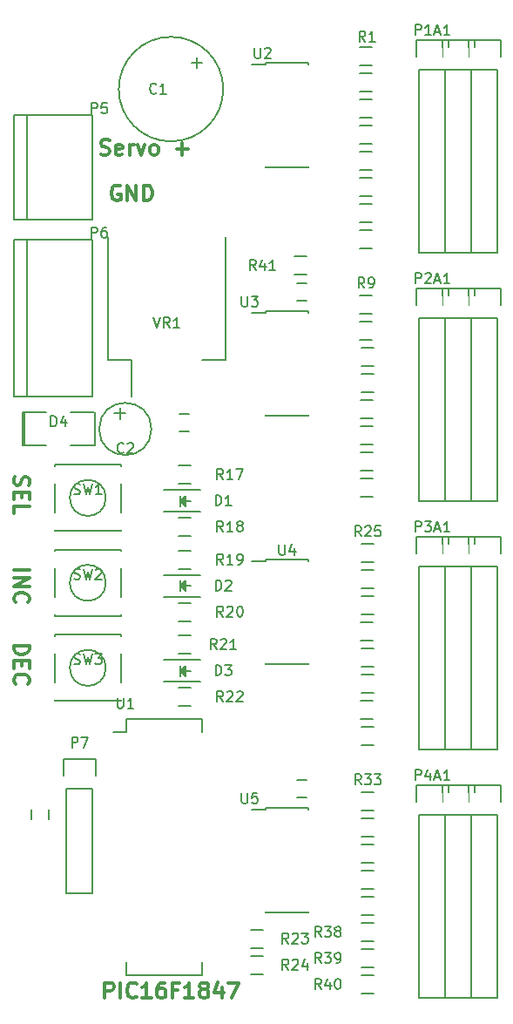
<source format=gto>
G04 #@! TF.FileFunction,Legend,Top*
%FSLAX46Y46*%
G04 Gerber Fmt 4.6, Leading zero omitted, Abs format (unit mm)*
G04 Created by KiCad (PCBNEW (2015-10-14 BZR 6269)-product) date Thursday, October 22, 2015 'PMt' 03:29:46 PM*
%MOMM*%
G01*
G04 APERTURE LIST*
%ADD10C,0.100000*%
%ADD11C,0.300000*%
%ADD12C,0.150000*%
%ADD13C,1.501140*%
%ADD14R,1.500000X1.250000*%
%ADD15R,1.250000X1.500000*%
%ADD16R,1.597660X1.800860*%
%ADD17R,1.800860X2.700020*%
%ADD18R,2.032000X1.727200*%
%ADD19O,2.032000X1.727200*%
%ADD20R,2.540000X2.540000*%
%ADD21C,2.540000*%
%ADD22R,1.500000X1.300000*%
%ADD23R,1.550000X1.300000*%
%ADD24R,1.500000X0.600000*%
%ADD25R,1.143000X2.286000*%
%ADD26R,10.800080X6.997700*%
%ADD27O,2.300000X1.600000*%
G04 APERTURE END LIST*
D10*
D11*
X137116429Y-119463572D02*
X138616429Y-119463572D01*
X138616429Y-119820715D01*
X138545000Y-120035000D01*
X138402143Y-120177858D01*
X138259286Y-120249286D01*
X137973571Y-120320715D01*
X137759286Y-120320715D01*
X137473571Y-120249286D01*
X137330714Y-120177858D01*
X137187857Y-120035000D01*
X137116429Y-119820715D01*
X137116429Y-119463572D01*
X137902143Y-120963572D02*
X137902143Y-121463572D01*
X137116429Y-121677858D02*
X137116429Y-120963572D01*
X138616429Y-120963572D01*
X138616429Y-121677858D01*
X137259286Y-123177858D02*
X137187857Y-123106429D01*
X137116429Y-122892143D01*
X137116429Y-122749286D01*
X137187857Y-122535001D01*
X137330714Y-122392143D01*
X137473571Y-122320715D01*
X137759286Y-122249286D01*
X137973571Y-122249286D01*
X138259286Y-122320715D01*
X138402143Y-122392143D01*
X138545000Y-122535001D01*
X138616429Y-122749286D01*
X138616429Y-122892143D01*
X138545000Y-123106429D01*
X138473571Y-123177858D01*
X137116429Y-112129286D02*
X138616429Y-112129286D01*
X137116429Y-112843572D02*
X138616429Y-112843572D01*
X137116429Y-113700715D01*
X138616429Y-113700715D01*
X137259286Y-115272144D02*
X137187857Y-115200715D01*
X137116429Y-114986429D01*
X137116429Y-114843572D01*
X137187857Y-114629287D01*
X137330714Y-114486429D01*
X137473571Y-114415001D01*
X137759286Y-114343572D01*
X137973571Y-114343572D01*
X138259286Y-114415001D01*
X138402143Y-114486429D01*
X138545000Y-114629287D01*
X138616429Y-114843572D01*
X138616429Y-114986429D01*
X138545000Y-115200715D01*
X138473571Y-115272144D01*
X137187857Y-103060714D02*
X137116429Y-103275000D01*
X137116429Y-103632143D01*
X137187857Y-103775000D01*
X137259286Y-103846429D01*
X137402143Y-103917857D01*
X137545000Y-103917857D01*
X137687857Y-103846429D01*
X137759286Y-103775000D01*
X137830714Y-103632143D01*
X137902143Y-103346429D01*
X137973571Y-103203571D01*
X138045000Y-103132143D01*
X138187857Y-103060714D01*
X138330714Y-103060714D01*
X138473571Y-103132143D01*
X138545000Y-103203571D01*
X138616429Y-103346429D01*
X138616429Y-103703571D01*
X138545000Y-103917857D01*
X137902143Y-104560714D02*
X137902143Y-105060714D01*
X137116429Y-105275000D02*
X137116429Y-104560714D01*
X138616429Y-104560714D01*
X138616429Y-105275000D01*
X137116429Y-106632143D02*
X137116429Y-105917857D01*
X138616429Y-105917857D01*
X145971430Y-153713571D02*
X145971430Y-152213571D01*
X146542858Y-152213571D01*
X146685716Y-152285000D01*
X146757144Y-152356429D01*
X146828573Y-152499286D01*
X146828573Y-152713571D01*
X146757144Y-152856429D01*
X146685716Y-152927857D01*
X146542858Y-152999286D01*
X145971430Y-152999286D01*
X147471430Y-153713571D02*
X147471430Y-152213571D01*
X149042859Y-153570714D02*
X148971430Y-153642143D01*
X148757144Y-153713571D01*
X148614287Y-153713571D01*
X148400002Y-153642143D01*
X148257144Y-153499286D01*
X148185716Y-153356429D01*
X148114287Y-153070714D01*
X148114287Y-152856429D01*
X148185716Y-152570714D01*
X148257144Y-152427857D01*
X148400002Y-152285000D01*
X148614287Y-152213571D01*
X148757144Y-152213571D01*
X148971430Y-152285000D01*
X149042859Y-152356429D01*
X150471430Y-153713571D02*
X149614287Y-153713571D01*
X150042859Y-153713571D02*
X150042859Y-152213571D01*
X149900002Y-152427857D01*
X149757144Y-152570714D01*
X149614287Y-152642143D01*
X151757144Y-152213571D02*
X151471430Y-152213571D01*
X151328573Y-152285000D01*
X151257144Y-152356429D01*
X151114287Y-152570714D01*
X151042858Y-152856429D01*
X151042858Y-153427857D01*
X151114287Y-153570714D01*
X151185715Y-153642143D01*
X151328573Y-153713571D01*
X151614287Y-153713571D01*
X151757144Y-153642143D01*
X151828573Y-153570714D01*
X151900001Y-153427857D01*
X151900001Y-153070714D01*
X151828573Y-152927857D01*
X151757144Y-152856429D01*
X151614287Y-152785000D01*
X151328573Y-152785000D01*
X151185715Y-152856429D01*
X151114287Y-152927857D01*
X151042858Y-153070714D01*
X153042858Y-152927857D02*
X152542858Y-152927857D01*
X152542858Y-153713571D02*
X152542858Y-152213571D01*
X153257144Y-152213571D01*
X154614286Y-153713571D02*
X153757143Y-153713571D01*
X154185715Y-153713571D02*
X154185715Y-152213571D01*
X154042858Y-152427857D01*
X153900000Y-152570714D01*
X153757143Y-152642143D01*
X155471429Y-152856429D02*
X155328571Y-152785000D01*
X155257143Y-152713571D01*
X155185714Y-152570714D01*
X155185714Y-152499286D01*
X155257143Y-152356429D01*
X155328571Y-152285000D01*
X155471429Y-152213571D01*
X155757143Y-152213571D01*
X155900000Y-152285000D01*
X155971429Y-152356429D01*
X156042857Y-152499286D01*
X156042857Y-152570714D01*
X155971429Y-152713571D01*
X155900000Y-152785000D01*
X155757143Y-152856429D01*
X155471429Y-152856429D01*
X155328571Y-152927857D01*
X155257143Y-152999286D01*
X155185714Y-153142143D01*
X155185714Y-153427857D01*
X155257143Y-153570714D01*
X155328571Y-153642143D01*
X155471429Y-153713571D01*
X155757143Y-153713571D01*
X155900000Y-153642143D01*
X155971429Y-153570714D01*
X156042857Y-153427857D01*
X156042857Y-153142143D01*
X155971429Y-152999286D01*
X155900000Y-152927857D01*
X155757143Y-152856429D01*
X157328571Y-152713571D02*
X157328571Y-153713571D01*
X156971428Y-152142143D02*
X156614285Y-153213571D01*
X157542857Y-153213571D01*
X157971428Y-152213571D02*
X158971428Y-152213571D01*
X158328571Y-153713571D01*
X145574286Y-71727143D02*
X145788572Y-71798571D01*
X146145715Y-71798571D01*
X146288572Y-71727143D01*
X146360001Y-71655714D01*
X146431429Y-71512857D01*
X146431429Y-71370000D01*
X146360001Y-71227143D01*
X146288572Y-71155714D01*
X146145715Y-71084286D01*
X145860001Y-71012857D01*
X145717143Y-70941429D01*
X145645715Y-70870000D01*
X145574286Y-70727143D01*
X145574286Y-70584286D01*
X145645715Y-70441429D01*
X145717143Y-70370000D01*
X145860001Y-70298571D01*
X146217143Y-70298571D01*
X146431429Y-70370000D01*
X147645714Y-71727143D02*
X147502857Y-71798571D01*
X147217143Y-71798571D01*
X147074286Y-71727143D01*
X147002857Y-71584286D01*
X147002857Y-71012857D01*
X147074286Y-70870000D01*
X147217143Y-70798571D01*
X147502857Y-70798571D01*
X147645714Y-70870000D01*
X147717143Y-71012857D01*
X147717143Y-71155714D01*
X147002857Y-71298571D01*
X148360000Y-71798571D02*
X148360000Y-70798571D01*
X148360000Y-71084286D02*
X148431428Y-70941429D01*
X148502857Y-70870000D01*
X148645714Y-70798571D01*
X148788571Y-70798571D01*
X149145714Y-70798571D02*
X149502857Y-71798571D01*
X149859999Y-70798571D01*
X150645714Y-71798571D02*
X150502856Y-71727143D01*
X150431428Y-71655714D01*
X150359999Y-71512857D01*
X150359999Y-71084286D01*
X150431428Y-70941429D01*
X150502856Y-70870000D01*
X150645714Y-70798571D01*
X150859999Y-70798571D01*
X151002856Y-70870000D01*
X151074285Y-70941429D01*
X151145714Y-71084286D01*
X151145714Y-71512857D01*
X151074285Y-71655714D01*
X151002856Y-71727143D01*
X150859999Y-71798571D01*
X150645714Y-71798571D01*
X152931428Y-71227143D02*
X154074285Y-71227143D01*
X153502856Y-71798571D02*
X153502856Y-70655714D01*
X147447143Y-74815000D02*
X147304286Y-74743571D01*
X147090000Y-74743571D01*
X146875715Y-74815000D01*
X146732857Y-74957857D01*
X146661429Y-75100714D01*
X146590000Y-75386429D01*
X146590000Y-75600714D01*
X146661429Y-75886429D01*
X146732857Y-76029286D01*
X146875715Y-76172143D01*
X147090000Y-76243571D01*
X147232857Y-76243571D01*
X147447143Y-76172143D01*
X147518572Y-76100714D01*
X147518572Y-75600714D01*
X147232857Y-75600714D01*
X148161429Y-76243571D02*
X148161429Y-74743571D01*
X149018572Y-76243571D01*
X149018572Y-74743571D01*
X149732858Y-76243571D02*
X149732858Y-74743571D01*
X150090001Y-74743571D01*
X150304286Y-74815000D01*
X150447144Y-74957857D01*
X150518572Y-75100714D01*
X150590001Y-75386429D01*
X150590001Y-75600714D01*
X150518572Y-75886429D01*
X150447144Y-76029286D01*
X150304286Y-76172143D01*
X150090001Y-76243571D01*
X149732858Y-76243571D01*
D12*
X155448000Y-62865000D02*
X154432000Y-62865000D01*
X154940000Y-62357000D02*
X154940000Y-63373000D01*
X157480000Y-65405000D02*
G75*
G03X157480000Y-65405000I-5080000J0D01*
G01*
X147955000Y-96901000D02*
X146888200Y-96901000D01*
X147447000Y-96393000D02*
X147447000Y-97434400D01*
X150495000Y-98425000D02*
G75*
G03X150495000Y-98425000I-2540000J0D01*
G01*
X153190000Y-98640000D02*
X154190000Y-98640000D01*
X154190000Y-96940000D02*
X153190000Y-96940000D01*
X140550000Y-136370000D02*
X140550000Y-135370000D01*
X138850000Y-135370000D02*
X138850000Y-136370000D01*
X151669860Y-106460000D02*
X155269860Y-106460000D01*
X151669860Y-104360000D02*
X155269860Y-104360000D01*
X153719860Y-105110000D02*
X153719860Y-105710000D01*
X153719860Y-105710000D02*
X153419860Y-105410000D01*
X153419860Y-105410000D02*
X153619860Y-105210000D01*
X153619860Y-105210000D02*
X153619860Y-105460000D01*
X153619860Y-105460000D02*
X153569860Y-105410000D01*
X153319860Y-104910000D02*
X153319860Y-105910000D01*
X153819860Y-105410000D02*
X154319860Y-105410000D01*
X153319860Y-105410000D02*
X153819860Y-104910000D01*
X153819860Y-104910000D02*
X153819860Y-105910000D01*
X153819860Y-105910000D02*
X153319860Y-105410000D01*
X151669860Y-114715000D02*
X155269860Y-114715000D01*
X151669860Y-112615000D02*
X155269860Y-112615000D01*
X153719860Y-113365000D02*
X153719860Y-113965000D01*
X153719860Y-113965000D02*
X153419860Y-113665000D01*
X153419860Y-113665000D02*
X153619860Y-113465000D01*
X153619860Y-113465000D02*
X153619860Y-113715000D01*
X153619860Y-113715000D02*
X153569860Y-113665000D01*
X153319860Y-113165000D02*
X153319860Y-114165000D01*
X153819860Y-113665000D02*
X154319860Y-113665000D01*
X153319860Y-113665000D02*
X153819860Y-113165000D01*
X153819860Y-113165000D02*
X153819860Y-114165000D01*
X153819860Y-114165000D02*
X153319860Y-113665000D01*
X151669860Y-122970000D02*
X155269860Y-122970000D01*
X151669860Y-120870000D02*
X155269860Y-120870000D01*
X153719860Y-121620000D02*
X153719860Y-122220000D01*
X153719860Y-122220000D02*
X153419860Y-121920000D01*
X153419860Y-121920000D02*
X153619860Y-121720000D01*
X153619860Y-121720000D02*
X153619860Y-121970000D01*
X153619860Y-121970000D02*
X153569860Y-121920000D01*
X153319860Y-121420000D02*
X153319860Y-122420000D01*
X153819860Y-121920000D02*
X154319860Y-121920000D01*
X153319860Y-121920000D02*
X153819860Y-121420000D01*
X153819860Y-121420000D02*
X153819860Y-122420000D01*
X153819860Y-122420000D02*
X153319860Y-121920000D01*
X138165300Y-96825000D02*
X138165300Y-100025000D01*
X144965420Y-96824800D02*
X144965420Y-100025200D01*
X137965300Y-96825000D02*
X137965300Y-100025000D01*
X142661640Y-100030280D02*
X144947640Y-100030280D01*
X144947640Y-96819720D02*
X142661640Y-96819720D01*
X140265300Y-96825000D02*
X137965300Y-96825000D01*
X137965300Y-100025000D02*
X140265300Y-100025000D01*
X179070000Y-63500000D02*
X179070000Y-81280000D01*
X179070000Y-81280000D02*
X176530000Y-81280000D01*
X176530000Y-81280000D02*
X176530000Y-63500000D01*
X179350000Y-60680000D02*
X179350000Y-62230000D01*
X179070000Y-63500000D02*
X176530000Y-63500000D01*
X176250000Y-62230000D02*
X176250000Y-60680000D01*
X176250000Y-60680000D02*
X179350000Y-60680000D01*
X181610000Y-63500000D02*
X181610000Y-81280000D01*
X181610000Y-81280000D02*
X179070000Y-81280000D01*
X179070000Y-81280000D02*
X179070000Y-63500000D01*
X181890000Y-60680000D02*
X181890000Y-62230000D01*
X181610000Y-63500000D02*
X179070000Y-63500000D01*
X178790000Y-62230000D02*
X178790000Y-60680000D01*
X178790000Y-60680000D02*
X181890000Y-60680000D01*
X184150000Y-63500000D02*
X184150000Y-81280000D01*
X184150000Y-81280000D02*
X181610000Y-81280000D01*
X181610000Y-81280000D02*
X181610000Y-63500000D01*
X184430000Y-60680000D02*
X184430000Y-62230000D01*
X184150000Y-63500000D02*
X181610000Y-63500000D01*
X181330000Y-62230000D02*
X181330000Y-60680000D01*
X181330000Y-60680000D02*
X184430000Y-60680000D01*
X179070000Y-87630000D02*
X179070000Y-105410000D01*
X179070000Y-105410000D02*
X176530000Y-105410000D01*
X176530000Y-105410000D02*
X176530000Y-87630000D01*
X179350000Y-84810000D02*
X179350000Y-86360000D01*
X179070000Y-87630000D02*
X176530000Y-87630000D01*
X176250000Y-86360000D02*
X176250000Y-84810000D01*
X176250000Y-84810000D02*
X179350000Y-84810000D01*
X181610000Y-87630000D02*
X181610000Y-105410000D01*
X181610000Y-105410000D02*
X179070000Y-105410000D01*
X179070000Y-105410000D02*
X179070000Y-87630000D01*
X181890000Y-84810000D02*
X181890000Y-86360000D01*
X181610000Y-87630000D02*
X179070000Y-87630000D01*
X178790000Y-86360000D02*
X178790000Y-84810000D01*
X178790000Y-84810000D02*
X181890000Y-84810000D01*
X184150000Y-87630000D02*
X184150000Y-105410000D01*
X184150000Y-105410000D02*
X181610000Y-105410000D01*
X181610000Y-105410000D02*
X181610000Y-87630000D01*
X184430000Y-84810000D02*
X184430000Y-86360000D01*
X184150000Y-87630000D02*
X181610000Y-87630000D01*
X181330000Y-86360000D02*
X181330000Y-84810000D01*
X181330000Y-84810000D02*
X184430000Y-84810000D01*
X179070000Y-111760000D02*
X179070000Y-129540000D01*
X179070000Y-129540000D02*
X176530000Y-129540000D01*
X176530000Y-129540000D02*
X176530000Y-111760000D01*
X179350000Y-108940000D02*
X179350000Y-110490000D01*
X179070000Y-111760000D02*
X176530000Y-111760000D01*
X176250000Y-110490000D02*
X176250000Y-108940000D01*
X176250000Y-108940000D02*
X179350000Y-108940000D01*
X181610000Y-111760000D02*
X181610000Y-129540000D01*
X181610000Y-129540000D02*
X179070000Y-129540000D01*
X179070000Y-129540000D02*
X179070000Y-111760000D01*
X181890000Y-108940000D02*
X181890000Y-110490000D01*
X181610000Y-111760000D02*
X179070000Y-111760000D01*
X178790000Y-110490000D02*
X178790000Y-108940000D01*
X178790000Y-108940000D02*
X181890000Y-108940000D01*
X184150000Y-111760000D02*
X184150000Y-129540000D01*
X184150000Y-129540000D02*
X181610000Y-129540000D01*
X181610000Y-129540000D02*
X181610000Y-111760000D01*
X184430000Y-108940000D02*
X184430000Y-110490000D01*
X184150000Y-111760000D02*
X181610000Y-111760000D01*
X181330000Y-110490000D02*
X181330000Y-108940000D01*
X181330000Y-108940000D02*
X184430000Y-108940000D01*
X179070000Y-135890000D02*
X179070000Y-153670000D01*
X179070000Y-153670000D02*
X176530000Y-153670000D01*
X176530000Y-153670000D02*
X176530000Y-135890000D01*
X179350000Y-133070000D02*
X179350000Y-134620000D01*
X179070000Y-135890000D02*
X176530000Y-135890000D01*
X176250000Y-134620000D02*
X176250000Y-133070000D01*
X176250000Y-133070000D02*
X179350000Y-133070000D01*
X181610000Y-135890000D02*
X181610000Y-153670000D01*
X181610000Y-153670000D02*
X179070000Y-153670000D01*
X179070000Y-153670000D02*
X179070000Y-135890000D01*
X181890000Y-133070000D02*
X181890000Y-134620000D01*
X181610000Y-135890000D02*
X179070000Y-135890000D01*
X178790000Y-134620000D02*
X178790000Y-133070000D01*
X178790000Y-133070000D02*
X181890000Y-133070000D01*
X184150000Y-135890000D02*
X184150000Y-153670000D01*
X184150000Y-153670000D02*
X181610000Y-153670000D01*
X181610000Y-153670000D02*
X181610000Y-135890000D01*
X184430000Y-133070000D02*
X184430000Y-134620000D01*
X184150000Y-135890000D02*
X181610000Y-135890000D01*
X181330000Y-134620000D02*
X181330000Y-133070000D01*
X181330000Y-133070000D02*
X184430000Y-133070000D01*
X138430000Y-78105000D02*
X138430000Y-67945000D01*
X137160000Y-78105000D02*
X144780000Y-78105000D01*
X144780000Y-78105000D02*
X144780000Y-67945000D01*
X144780000Y-67945000D02*
X137160000Y-67945000D01*
X137160000Y-67945000D02*
X137160000Y-78105000D01*
X137160000Y-80010000D02*
X144780000Y-80010000D01*
X137160000Y-95250000D02*
X144780000Y-95250000D01*
X138430000Y-80010000D02*
X138430000Y-95250000D01*
X144780000Y-80010000D02*
X144780000Y-95250000D01*
X137160000Y-80010000D02*
X137160000Y-95250000D01*
X141960000Y-132080000D02*
X141960000Y-130530000D01*
X141960000Y-130530000D02*
X145060000Y-130530000D01*
X145060000Y-130530000D02*
X145060000Y-132080000D01*
X144780000Y-133350000D02*
X144780000Y-143510000D01*
X144780000Y-143510000D02*
X142240000Y-143510000D01*
X142240000Y-143510000D02*
X142240000Y-133350000D01*
X144780000Y-133350000D02*
X142240000Y-133350000D01*
X171970000Y-63105000D02*
X170770000Y-63105000D01*
X170770000Y-61355000D02*
X171970000Y-61355000D01*
X171970000Y-65645000D02*
X170770000Y-65645000D01*
X170770000Y-63895000D02*
X171970000Y-63895000D01*
X171970000Y-68185000D02*
X170770000Y-68185000D01*
X170770000Y-66435000D02*
X171970000Y-66435000D01*
X171970000Y-70725000D02*
X170770000Y-70725000D01*
X170770000Y-68975000D02*
X171970000Y-68975000D01*
X171970000Y-73265000D02*
X170770000Y-73265000D01*
X170770000Y-71515000D02*
X171970000Y-71515000D01*
X171970000Y-75805000D02*
X170770000Y-75805000D01*
X170770000Y-74055000D02*
X171970000Y-74055000D01*
X171970000Y-78345000D02*
X170770000Y-78345000D01*
X170770000Y-76595000D02*
X171970000Y-76595000D01*
X171970000Y-80885000D02*
X170770000Y-80885000D01*
X170770000Y-79135000D02*
X171970000Y-79135000D01*
X171970000Y-87235000D02*
X170770000Y-87235000D01*
X170770000Y-85485000D02*
X171970000Y-85485000D01*
X171970000Y-89775000D02*
X170770000Y-89775000D01*
X170770000Y-88025000D02*
X171970000Y-88025000D01*
X172130000Y-92315000D02*
X170930000Y-92315000D01*
X170930000Y-90565000D02*
X172130000Y-90565000D01*
X172130000Y-94855000D02*
X170930000Y-94855000D01*
X170930000Y-93105000D02*
X172130000Y-93105000D01*
X172050000Y-97395000D02*
X170850000Y-97395000D01*
X170850000Y-95645000D02*
X172050000Y-95645000D01*
X172050000Y-99935000D02*
X170850000Y-99935000D01*
X170850000Y-98185000D02*
X172050000Y-98185000D01*
X172050000Y-102475000D02*
X170850000Y-102475000D01*
X170850000Y-100725000D02*
X172050000Y-100725000D01*
X172050000Y-105015000D02*
X170850000Y-105015000D01*
X170850000Y-103265000D02*
X172050000Y-103265000D01*
X154350000Y-103745000D02*
X153150000Y-103745000D01*
X153150000Y-101995000D02*
X154350000Y-101995000D01*
X153150000Y-107075000D02*
X154350000Y-107075000D01*
X154350000Y-108825000D02*
X153150000Y-108825000D01*
X154350000Y-112000000D02*
X153150000Y-112000000D01*
X153150000Y-110250000D02*
X154350000Y-110250000D01*
X153150000Y-115330000D02*
X154350000Y-115330000D01*
X154350000Y-117080000D02*
X153150000Y-117080000D01*
X154350000Y-120255000D02*
X153150000Y-120255000D01*
X153150000Y-118505000D02*
X154350000Y-118505000D01*
X153150000Y-123585000D02*
X154350000Y-123585000D01*
X154350000Y-125335000D02*
X153150000Y-125335000D01*
X160135000Y-147080000D02*
X161335000Y-147080000D01*
X161335000Y-148830000D02*
X160135000Y-148830000D01*
X160135000Y-149620000D02*
X161335000Y-149620000D01*
X161335000Y-151370000D02*
X160135000Y-151370000D01*
X172130000Y-111365000D02*
X170930000Y-111365000D01*
X170930000Y-109615000D02*
X172130000Y-109615000D01*
X172130000Y-113905000D02*
X170930000Y-113905000D01*
X170930000Y-112155000D02*
X172130000Y-112155000D01*
X172130000Y-116445000D02*
X170930000Y-116445000D01*
X170930000Y-114695000D02*
X172130000Y-114695000D01*
X172050000Y-118985000D02*
X170850000Y-118985000D01*
X170850000Y-117235000D02*
X172050000Y-117235000D01*
X172130000Y-121525000D02*
X170930000Y-121525000D01*
X170930000Y-119775000D02*
X172130000Y-119775000D01*
X172130000Y-124065000D02*
X170930000Y-124065000D01*
X170930000Y-122315000D02*
X172130000Y-122315000D01*
X172050000Y-126605000D02*
X170850000Y-126605000D01*
X170850000Y-124855000D02*
X172050000Y-124855000D01*
X172130000Y-129145000D02*
X170930000Y-129145000D01*
X170930000Y-127395000D02*
X172130000Y-127395000D01*
X172130000Y-135495000D02*
X170930000Y-135495000D01*
X170930000Y-133745000D02*
X172130000Y-133745000D01*
X172130000Y-138035000D02*
X170930000Y-138035000D01*
X170930000Y-136285000D02*
X172130000Y-136285000D01*
X172130000Y-140575000D02*
X170930000Y-140575000D01*
X170930000Y-138825000D02*
X172130000Y-138825000D01*
X172130000Y-143115000D02*
X170930000Y-143115000D01*
X170930000Y-141365000D02*
X172130000Y-141365000D01*
X172130000Y-145655000D02*
X170930000Y-145655000D01*
X170930000Y-143905000D02*
X172130000Y-143905000D01*
X172130000Y-148195000D02*
X170930000Y-148195000D01*
X170930000Y-146445000D02*
X172130000Y-146445000D01*
X172130000Y-150735000D02*
X170930000Y-150735000D01*
X170930000Y-148985000D02*
X172130000Y-148985000D01*
X172130000Y-153275000D02*
X170930000Y-153275000D01*
X170930000Y-151525000D02*
X172130000Y-151525000D01*
X165620000Y-83425000D02*
X164420000Y-83425000D01*
X164420000Y-81675000D02*
X165620000Y-81675000D01*
X146060714Y-105120000D02*
G75*
G03X146060714Y-105120000I-1750714J0D01*
G01*
X147535000Y-101895000D02*
X147535000Y-102020000D01*
X147535000Y-108345000D02*
X147535000Y-108220000D01*
X141085000Y-108345000D02*
X141085000Y-108220000D01*
X141085000Y-102020000D02*
X141085000Y-101895000D01*
X147535000Y-103720000D02*
X147535000Y-106520000D01*
X141085000Y-101895000D02*
X147535000Y-101895000D01*
X141085000Y-103720000D02*
X141085000Y-106520000D01*
X141085000Y-108345000D02*
X147535000Y-108345000D01*
X146060714Y-113375000D02*
G75*
G03X146060714Y-113375000I-1750714J0D01*
G01*
X147535000Y-110150000D02*
X147535000Y-110275000D01*
X147535000Y-116600000D02*
X147535000Y-116475000D01*
X141085000Y-116600000D02*
X141085000Y-116475000D01*
X141085000Y-110275000D02*
X141085000Y-110150000D01*
X147535000Y-111975000D02*
X147535000Y-114775000D01*
X141085000Y-110150000D02*
X147535000Y-110150000D01*
X141085000Y-111975000D02*
X141085000Y-114775000D01*
X141085000Y-116600000D02*
X147535000Y-116600000D01*
X146060714Y-121630000D02*
G75*
G03X146060714Y-121630000I-1750714J0D01*
G01*
X147535000Y-118405000D02*
X147535000Y-118530000D01*
X147535000Y-124855000D02*
X147535000Y-124730000D01*
X141085000Y-124855000D02*
X141085000Y-124730000D01*
X141085000Y-118530000D02*
X141085000Y-118405000D01*
X147535000Y-120230000D02*
X147535000Y-123030000D01*
X141085000Y-118405000D02*
X147535000Y-118405000D01*
X141085000Y-120230000D02*
X141085000Y-123030000D01*
X141085000Y-124855000D02*
X147535000Y-124855000D01*
X161595000Y-62870000D02*
X161595000Y-62975000D01*
X165745000Y-62870000D02*
X165745000Y-62975000D01*
X165745000Y-73020000D02*
X165745000Y-72915000D01*
X161595000Y-73020000D02*
X161595000Y-72915000D01*
X161595000Y-62870000D02*
X165745000Y-62870000D01*
X161595000Y-73020000D02*
X165745000Y-73020000D01*
X161595000Y-62975000D02*
X160220000Y-62975000D01*
X161595000Y-87000000D02*
X161595000Y-87105000D01*
X165745000Y-87000000D02*
X165745000Y-87105000D01*
X165745000Y-97150000D02*
X165745000Y-97045000D01*
X161595000Y-97150000D02*
X161595000Y-97045000D01*
X161595000Y-87000000D02*
X165745000Y-87000000D01*
X161595000Y-97150000D02*
X165745000Y-97150000D01*
X161595000Y-87105000D02*
X160220000Y-87105000D01*
X161595000Y-111130000D02*
X161595000Y-111235000D01*
X165745000Y-111130000D02*
X165745000Y-111235000D01*
X165745000Y-121280000D02*
X165745000Y-121175000D01*
X161595000Y-121280000D02*
X161595000Y-121175000D01*
X161595000Y-111130000D02*
X165745000Y-111130000D01*
X161595000Y-121280000D02*
X165745000Y-121280000D01*
X161595000Y-111235000D02*
X160220000Y-111235000D01*
X161595000Y-135260000D02*
X161595000Y-135365000D01*
X165745000Y-135260000D02*
X165745000Y-135365000D01*
X165745000Y-145410000D02*
X165745000Y-145305000D01*
X161595000Y-145410000D02*
X161595000Y-145305000D01*
X161595000Y-135260000D02*
X165745000Y-135260000D01*
X161595000Y-145410000D02*
X165745000Y-145410000D01*
X161595000Y-135365000D02*
X160220000Y-135365000D01*
X155441000Y-91694000D02*
X157734000Y-91694000D01*
X148597000Y-91706700D02*
X148597000Y-95250000D01*
X146304000Y-91694000D02*
X146304000Y-79813000D01*
X157734000Y-79813000D02*
X157734000Y-91694000D01*
X146304000Y-91694000D02*
X148597000Y-91694000D01*
X148090000Y-126610000D02*
X148090000Y-127880000D01*
X155440000Y-126610000D02*
X155440000Y-127880000D01*
X155440000Y-151520000D02*
X155440000Y-150250000D01*
X148090000Y-151520000D02*
X148090000Y-150250000D01*
X148090000Y-126610000D02*
X155440000Y-126610000D01*
X148090000Y-151520000D02*
X155440000Y-151520000D01*
X148090000Y-127880000D02*
X146805000Y-127880000D01*
X164620000Y-134200000D02*
X165620000Y-134200000D01*
X165620000Y-132500000D02*
X164620000Y-132500000D01*
X164620000Y-85940000D02*
X165620000Y-85940000D01*
X165620000Y-84240000D02*
X164620000Y-84240000D01*
X150963334Y-65762143D02*
X150915715Y-65809762D01*
X150772858Y-65857381D01*
X150677620Y-65857381D01*
X150534762Y-65809762D01*
X150439524Y-65714524D01*
X150391905Y-65619286D01*
X150344286Y-65428810D01*
X150344286Y-65285952D01*
X150391905Y-65095476D01*
X150439524Y-65000238D01*
X150534762Y-64905000D01*
X150677620Y-64857381D01*
X150772858Y-64857381D01*
X150915715Y-64905000D01*
X150963334Y-64952619D01*
X151915715Y-65857381D02*
X151344286Y-65857381D01*
X151630000Y-65857381D02*
X151630000Y-64857381D01*
X151534762Y-65000238D01*
X151439524Y-65095476D01*
X151344286Y-65143095D01*
X147788334Y-100687143D02*
X147740715Y-100734762D01*
X147597858Y-100782381D01*
X147502620Y-100782381D01*
X147359762Y-100734762D01*
X147264524Y-100639524D01*
X147216905Y-100544286D01*
X147169286Y-100353810D01*
X147169286Y-100210952D01*
X147216905Y-100020476D01*
X147264524Y-99925238D01*
X147359762Y-99830000D01*
X147502620Y-99782381D01*
X147597858Y-99782381D01*
X147740715Y-99830000D01*
X147788334Y-99877619D01*
X148169286Y-99877619D02*
X148216905Y-99830000D01*
X148312143Y-99782381D01*
X148550239Y-99782381D01*
X148645477Y-99830000D01*
X148693096Y-99877619D01*
X148740715Y-99972857D01*
X148740715Y-100068095D01*
X148693096Y-100210952D01*
X148121667Y-100782381D01*
X148740715Y-100782381D01*
X156741905Y-105862381D02*
X156741905Y-104862381D01*
X156980000Y-104862381D01*
X157122858Y-104910000D01*
X157218096Y-105005238D01*
X157265715Y-105100476D01*
X157313334Y-105290952D01*
X157313334Y-105433810D01*
X157265715Y-105624286D01*
X157218096Y-105719524D01*
X157122858Y-105814762D01*
X156980000Y-105862381D01*
X156741905Y-105862381D01*
X158265715Y-105862381D02*
X157694286Y-105862381D01*
X157980000Y-105862381D02*
X157980000Y-104862381D01*
X157884762Y-105005238D01*
X157789524Y-105100476D01*
X157694286Y-105148095D01*
X156741905Y-114117381D02*
X156741905Y-113117381D01*
X156980000Y-113117381D01*
X157122858Y-113165000D01*
X157218096Y-113260238D01*
X157265715Y-113355476D01*
X157313334Y-113545952D01*
X157313334Y-113688810D01*
X157265715Y-113879286D01*
X157218096Y-113974524D01*
X157122858Y-114069762D01*
X156980000Y-114117381D01*
X156741905Y-114117381D01*
X157694286Y-113212619D02*
X157741905Y-113165000D01*
X157837143Y-113117381D01*
X158075239Y-113117381D01*
X158170477Y-113165000D01*
X158218096Y-113212619D01*
X158265715Y-113307857D01*
X158265715Y-113403095D01*
X158218096Y-113545952D01*
X157646667Y-114117381D01*
X158265715Y-114117381D01*
X156741905Y-122372381D02*
X156741905Y-121372381D01*
X156980000Y-121372381D01*
X157122858Y-121420000D01*
X157218096Y-121515238D01*
X157265715Y-121610476D01*
X157313334Y-121800952D01*
X157313334Y-121943810D01*
X157265715Y-122134286D01*
X157218096Y-122229524D01*
X157122858Y-122324762D01*
X156980000Y-122372381D01*
X156741905Y-122372381D01*
X157646667Y-121372381D02*
X158265715Y-121372381D01*
X157932381Y-121753333D01*
X158075239Y-121753333D01*
X158170477Y-121800952D01*
X158218096Y-121848571D01*
X158265715Y-121943810D01*
X158265715Y-122181905D01*
X158218096Y-122277143D01*
X158170477Y-122324762D01*
X158075239Y-122372381D01*
X157789524Y-122372381D01*
X157694286Y-122324762D01*
X157646667Y-122277143D01*
X140727205Y-98177381D02*
X140727205Y-97177381D01*
X140965300Y-97177381D01*
X141108158Y-97225000D01*
X141203396Y-97320238D01*
X141251015Y-97415476D01*
X141298634Y-97605952D01*
X141298634Y-97748810D01*
X141251015Y-97939286D01*
X141203396Y-98034524D01*
X141108158Y-98129762D01*
X140965300Y-98177381D01*
X140727205Y-98177381D01*
X142155777Y-97510714D02*
X142155777Y-98177381D01*
X141917681Y-97129762D02*
X141679586Y-97844048D01*
X142298634Y-97844048D01*
X176157143Y-60142381D02*
X176157143Y-59142381D01*
X176538096Y-59142381D01*
X176633334Y-59190000D01*
X176680953Y-59237619D01*
X176728572Y-59332857D01*
X176728572Y-59475714D01*
X176680953Y-59570952D01*
X176633334Y-59618571D01*
X176538096Y-59666190D01*
X176157143Y-59666190D01*
X177680953Y-60142381D02*
X177109524Y-60142381D01*
X177395238Y-60142381D02*
X177395238Y-59142381D01*
X177300000Y-59285238D01*
X177204762Y-59380476D01*
X177109524Y-59428095D01*
X178061905Y-59856667D02*
X178538096Y-59856667D01*
X177966667Y-60142381D02*
X178300000Y-59142381D01*
X178633334Y-60142381D01*
X179490477Y-60142381D02*
X178919048Y-60142381D01*
X179204762Y-60142381D02*
X179204762Y-59142381D01*
X179109524Y-59285238D01*
X179014286Y-59380476D01*
X178919048Y-59428095D01*
X176157143Y-84272381D02*
X176157143Y-83272381D01*
X176538096Y-83272381D01*
X176633334Y-83320000D01*
X176680953Y-83367619D01*
X176728572Y-83462857D01*
X176728572Y-83605714D01*
X176680953Y-83700952D01*
X176633334Y-83748571D01*
X176538096Y-83796190D01*
X176157143Y-83796190D01*
X177109524Y-83367619D02*
X177157143Y-83320000D01*
X177252381Y-83272381D01*
X177490477Y-83272381D01*
X177585715Y-83320000D01*
X177633334Y-83367619D01*
X177680953Y-83462857D01*
X177680953Y-83558095D01*
X177633334Y-83700952D01*
X177061905Y-84272381D01*
X177680953Y-84272381D01*
X178061905Y-83986667D02*
X178538096Y-83986667D01*
X177966667Y-84272381D02*
X178300000Y-83272381D01*
X178633334Y-84272381D01*
X179490477Y-84272381D02*
X178919048Y-84272381D01*
X179204762Y-84272381D02*
X179204762Y-83272381D01*
X179109524Y-83415238D01*
X179014286Y-83510476D01*
X178919048Y-83558095D01*
X176157143Y-108402381D02*
X176157143Y-107402381D01*
X176538096Y-107402381D01*
X176633334Y-107450000D01*
X176680953Y-107497619D01*
X176728572Y-107592857D01*
X176728572Y-107735714D01*
X176680953Y-107830952D01*
X176633334Y-107878571D01*
X176538096Y-107926190D01*
X176157143Y-107926190D01*
X177061905Y-107402381D02*
X177680953Y-107402381D01*
X177347619Y-107783333D01*
X177490477Y-107783333D01*
X177585715Y-107830952D01*
X177633334Y-107878571D01*
X177680953Y-107973810D01*
X177680953Y-108211905D01*
X177633334Y-108307143D01*
X177585715Y-108354762D01*
X177490477Y-108402381D01*
X177204762Y-108402381D01*
X177109524Y-108354762D01*
X177061905Y-108307143D01*
X178061905Y-108116667D02*
X178538096Y-108116667D01*
X177966667Y-108402381D02*
X178300000Y-107402381D01*
X178633334Y-108402381D01*
X179490477Y-108402381D02*
X178919048Y-108402381D01*
X179204762Y-108402381D02*
X179204762Y-107402381D01*
X179109524Y-107545238D01*
X179014286Y-107640476D01*
X178919048Y-107688095D01*
X176157143Y-132532381D02*
X176157143Y-131532381D01*
X176538096Y-131532381D01*
X176633334Y-131580000D01*
X176680953Y-131627619D01*
X176728572Y-131722857D01*
X176728572Y-131865714D01*
X176680953Y-131960952D01*
X176633334Y-132008571D01*
X176538096Y-132056190D01*
X176157143Y-132056190D01*
X177585715Y-131865714D02*
X177585715Y-132532381D01*
X177347619Y-131484762D02*
X177109524Y-132199048D01*
X177728572Y-132199048D01*
X178061905Y-132246667D02*
X178538096Y-132246667D01*
X177966667Y-132532381D02*
X178300000Y-131532381D01*
X178633334Y-132532381D01*
X179490477Y-132532381D02*
X178919048Y-132532381D01*
X179204762Y-132532381D02*
X179204762Y-131532381D01*
X179109524Y-131675238D01*
X179014286Y-131770476D01*
X178919048Y-131818095D01*
X144676905Y-67762381D02*
X144676905Y-66762381D01*
X145057858Y-66762381D01*
X145153096Y-66810000D01*
X145200715Y-66857619D01*
X145248334Y-66952857D01*
X145248334Y-67095714D01*
X145200715Y-67190952D01*
X145153096Y-67238571D01*
X145057858Y-67286190D01*
X144676905Y-67286190D01*
X146153096Y-66762381D02*
X145676905Y-66762381D01*
X145629286Y-67238571D01*
X145676905Y-67190952D01*
X145772143Y-67143333D01*
X146010239Y-67143333D01*
X146105477Y-67190952D01*
X146153096Y-67238571D01*
X146200715Y-67333810D01*
X146200715Y-67571905D01*
X146153096Y-67667143D01*
X146105477Y-67714762D01*
X146010239Y-67762381D01*
X145772143Y-67762381D01*
X145676905Y-67714762D01*
X145629286Y-67667143D01*
X144676905Y-79827381D02*
X144676905Y-78827381D01*
X145057858Y-78827381D01*
X145153096Y-78875000D01*
X145200715Y-78922619D01*
X145248334Y-79017857D01*
X145248334Y-79160714D01*
X145200715Y-79255952D01*
X145153096Y-79303571D01*
X145057858Y-79351190D01*
X144676905Y-79351190D01*
X146105477Y-78827381D02*
X145915000Y-78827381D01*
X145819762Y-78875000D01*
X145772143Y-78922619D01*
X145676905Y-79065476D01*
X145629286Y-79255952D01*
X145629286Y-79636905D01*
X145676905Y-79732143D01*
X145724524Y-79779762D01*
X145819762Y-79827381D01*
X146010239Y-79827381D01*
X146105477Y-79779762D01*
X146153096Y-79732143D01*
X146200715Y-79636905D01*
X146200715Y-79398810D01*
X146153096Y-79303571D01*
X146105477Y-79255952D01*
X146010239Y-79208333D01*
X145819762Y-79208333D01*
X145724524Y-79255952D01*
X145676905Y-79303571D01*
X145629286Y-79398810D01*
X142771905Y-129357381D02*
X142771905Y-128357381D01*
X143152858Y-128357381D01*
X143248096Y-128405000D01*
X143295715Y-128452619D01*
X143343334Y-128547857D01*
X143343334Y-128690714D01*
X143295715Y-128785952D01*
X143248096Y-128833571D01*
X143152858Y-128881190D01*
X142771905Y-128881190D01*
X143676667Y-128357381D02*
X144343334Y-128357381D01*
X143914762Y-129357381D01*
X171283334Y-60777381D02*
X170950000Y-60301190D01*
X170711905Y-60777381D02*
X170711905Y-59777381D01*
X171092858Y-59777381D01*
X171188096Y-59825000D01*
X171235715Y-59872619D01*
X171283334Y-59967857D01*
X171283334Y-60110714D01*
X171235715Y-60205952D01*
X171188096Y-60253571D01*
X171092858Y-60301190D01*
X170711905Y-60301190D01*
X172235715Y-60777381D02*
X171664286Y-60777381D01*
X171950000Y-60777381D02*
X171950000Y-59777381D01*
X171854762Y-59920238D01*
X171759524Y-60015476D01*
X171664286Y-60063095D01*
X171203334Y-84712381D02*
X170870000Y-84236190D01*
X170631905Y-84712381D02*
X170631905Y-83712381D01*
X171012858Y-83712381D01*
X171108096Y-83760000D01*
X171155715Y-83807619D01*
X171203334Y-83902857D01*
X171203334Y-84045714D01*
X171155715Y-84140952D01*
X171108096Y-84188571D01*
X171012858Y-84236190D01*
X170631905Y-84236190D01*
X171679524Y-84712381D02*
X171870000Y-84712381D01*
X171965239Y-84664762D01*
X172012858Y-84617143D01*
X172108096Y-84474286D01*
X172155715Y-84283810D01*
X172155715Y-83902857D01*
X172108096Y-83807619D01*
X172060477Y-83760000D01*
X171965239Y-83712381D01*
X171774762Y-83712381D01*
X171679524Y-83760000D01*
X171631905Y-83807619D01*
X171584286Y-83902857D01*
X171584286Y-84140952D01*
X171631905Y-84236190D01*
X171679524Y-84283810D01*
X171774762Y-84331429D01*
X171965239Y-84331429D01*
X172060477Y-84283810D01*
X172108096Y-84236190D01*
X172155715Y-84140952D01*
X157472143Y-103322381D02*
X157138809Y-102846190D01*
X156900714Y-103322381D02*
X156900714Y-102322381D01*
X157281667Y-102322381D01*
X157376905Y-102370000D01*
X157424524Y-102417619D01*
X157472143Y-102512857D01*
X157472143Y-102655714D01*
X157424524Y-102750952D01*
X157376905Y-102798571D01*
X157281667Y-102846190D01*
X156900714Y-102846190D01*
X158424524Y-103322381D02*
X157853095Y-103322381D01*
X158138809Y-103322381D02*
X158138809Y-102322381D01*
X158043571Y-102465238D01*
X157948333Y-102560476D01*
X157853095Y-102608095D01*
X158757857Y-102322381D02*
X159424524Y-102322381D01*
X158995952Y-103322381D01*
X157472143Y-108402381D02*
X157138809Y-107926190D01*
X156900714Y-108402381D02*
X156900714Y-107402381D01*
X157281667Y-107402381D01*
X157376905Y-107450000D01*
X157424524Y-107497619D01*
X157472143Y-107592857D01*
X157472143Y-107735714D01*
X157424524Y-107830952D01*
X157376905Y-107878571D01*
X157281667Y-107926190D01*
X156900714Y-107926190D01*
X158424524Y-108402381D02*
X157853095Y-108402381D01*
X158138809Y-108402381D02*
X158138809Y-107402381D01*
X158043571Y-107545238D01*
X157948333Y-107640476D01*
X157853095Y-107688095D01*
X158995952Y-107830952D02*
X158900714Y-107783333D01*
X158853095Y-107735714D01*
X158805476Y-107640476D01*
X158805476Y-107592857D01*
X158853095Y-107497619D01*
X158900714Y-107450000D01*
X158995952Y-107402381D01*
X159186429Y-107402381D01*
X159281667Y-107450000D01*
X159329286Y-107497619D01*
X159376905Y-107592857D01*
X159376905Y-107640476D01*
X159329286Y-107735714D01*
X159281667Y-107783333D01*
X159186429Y-107830952D01*
X158995952Y-107830952D01*
X158900714Y-107878571D01*
X158853095Y-107926190D01*
X158805476Y-108021429D01*
X158805476Y-108211905D01*
X158853095Y-108307143D01*
X158900714Y-108354762D01*
X158995952Y-108402381D01*
X159186429Y-108402381D01*
X159281667Y-108354762D01*
X159329286Y-108307143D01*
X159376905Y-108211905D01*
X159376905Y-108021429D01*
X159329286Y-107926190D01*
X159281667Y-107878571D01*
X159186429Y-107830952D01*
X157472143Y-111577381D02*
X157138809Y-111101190D01*
X156900714Y-111577381D02*
X156900714Y-110577381D01*
X157281667Y-110577381D01*
X157376905Y-110625000D01*
X157424524Y-110672619D01*
X157472143Y-110767857D01*
X157472143Y-110910714D01*
X157424524Y-111005952D01*
X157376905Y-111053571D01*
X157281667Y-111101190D01*
X156900714Y-111101190D01*
X158424524Y-111577381D02*
X157853095Y-111577381D01*
X158138809Y-111577381D02*
X158138809Y-110577381D01*
X158043571Y-110720238D01*
X157948333Y-110815476D01*
X157853095Y-110863095D01*
X158900714Y-111577381D02*
X159091190Y-111577381D01*
X159186429Y-111529762D01*
X159234048Y-111482143D01*
X159329286Y-111339286D01*
X159376905Y-111148810D01*
X159376905Y-110767857D01*
X159329286Y-110672619D01*
X159281667Y-110625000D01*
X159186429Y-110577381D01*
X158995952Y-110577381D01*
X158900714Y-110625000D01*
X158853095Y-110672619D01*
X158805476Y-110767857D01*
X158805476Y-111005952D01*
X158853095Y-111101190D01*
X158900714Y-111148810D01*
X158995952Y-111196429D01*
X159186429Y-111196429D01*
X159281667Y-111148810D01*
X159329286Y-111101190D01*
X159376905Y-111005952D01*
X157472143Y-116657381D02*
X157138809Y-116181190D01*
X156900714Y-116657381D02*
X156900714Y-115657381D01*
X157281667Y-115657381D01*
X157376905Y-115705000D01*
X157424524Y-115752619D01*
X157472143Y-115847857D01*
X157472143Y-115990714D01*
X157424524Y-116085952D01*
X157376905Y-116133571D01*
X157281667Y-116181190D01*
X156900714Y-116181190D01*
X157853095Y-115752619D02*
X157900714Y-115705000D01*
X157995952Y-115657381D01*
X158234048Y-115657381D01*
X158329286Y-115705000D01*
X158376905Y-115752619D01*
X158424524Y-115847857D01*
X158424524Y-115943095D01*
X158376905Y-116085952D01*
X157805476Y-116657381D01*
X158424524Y-116657381D01*
X159043571Y-115657381D02*
X159138810Y-115657381D01*
X159234048Y-115705000D01*
X159281667Y-115752619D01*
X159329286Y-115847857D01*
X159376905Y-116038333D01*
X159376905Y-116276429D01*
X159329286Y-116466905D01*
X159281667Y-116562143D01*
X159234048Y-116609762D01*
X159138810Y-116657381D01*
X159043571Y-116657381D01*
X158948333Y-116609762D01*
X158900714Y-116562143D01*
X158853095Y-116466905D01*
X158805476Y-116276429D01*
X158805476Y-116038333D01*
X158853095Y-115847857D01*
X158900714Y-115752619D01*
X158948333Y-115705000D01*
X159043571Y-115657381D01*
X156837143Y-119832381D02*
X156503809Y-119356190D01*
X156265714Y-119832381D02*
X156265714Y-118832381D01*
X156646667Y-118832381D01*
X156741905Y-118880000D01*
X156789524Y-118927619D01*
X156837143Y-119022857D01*
X156837143Y-119165714D01*
X156789524Y-119260952D01*
X156741905Y-119308571D01*
X156646667Y-119356190D01*
X156265714Y-119356190D01*
X157218095Y-118927619D02*
X157265714Y-118880000D01*
X157360952Y-118832381D01*
X157599048Y-118832381D01*
X157694286Y-118880000D01*
X157741905Y-118927619D01*
X157789524Y-119022857D01*
X157789524Y-119118095D01*
X157741905Y-119260952D01*
X157170476Y-119832381D01*
X157789524Y-119832381D01*
X158741905Y-119832381D02*
X158170476Y-119832381D01*
X158456190Y-119832381D02*
X158456190Y-118832381D01*
X158360952Y-118975238D01*
X158265714Y-119070476D01*
X158170476Y-119118095D01*
X157472143Y-124912381D02*
X157138809Y-124436190D01*
X156900714Y-124912381D02*
X156900714Y-123912381D01*
X157281667Y-123912381D01*
X157376905Y-123960000D01*
X157424524Y-124007619D01*
X157472143Y-124102857D01*
X157472143Y-124245714D01*
X157424524Y-124340952D01*
X157376905Y-124388571D01*
X157281667Y-124436190D01*
X156900714Y-124436190D01*
X157853095Y-124007619D02*
X157900714Y-123960000D01*
X157995952Y-123912381D01*
X158234048Y-123912381D01*
X158329286Y-123960000D01*
X158376905Y-124007619D01*
X158424524Y-124102857D01*
X158424524Y-124198095D01*
X158376905Y-124340952D01*
X157805476Y-124912381D01*
X158424524Y-124912381D01*
X158805476Y-124007619D02*
X158853095Y-123960000D01*
X158948333Y-123912381D01*
X159186429Y-123912381D01*
X159281667Y-123960000D01*
X159329286Y-124007619D01*
X159376905Y-124102857D01*
X159376905Y-124198095D01*
X159329286Y-124340952D01*
X158757857Y-124912381D01*
X159376905Y-124912381D01*
X163822143Y-148407381D02*
X163488809Y-147931190D01*
X163250714Y-148407381D02*
X163250714Y-147407381D01*
X163631667Y-147407381D01*
X163726905Y-147455000D01*
X163774524Y-147502619D01*
X163822143Y-147597857D01*
X163822143Y-147740714D01*
X163774524Y-147835952D01*
X163726905Y-147883571D01*
X163631667Y-147931190D01*
X163250714Y-147931190D01*
X164203095Y-147502619D02*
X164250714Y-147455000D01*
X164345952Y-147407381D01*
X164584048Y-147407381D01*
X164679286Y-147455000D01*
X164726905Y-147502619D01*
X164774524Y-147597857D01*
X164774524Y-147693095D01*
X164726905Y-147835952D01*
X164155476Y-148407381D01*
X164774524Y-148407381D01*
X165107857Y-147407381D02*
X165726905Y-147407381D01*
X165393571Y-147788333D01*
X165536429Y-147788333D01*
X165631667Y-147835952D01*
X165679286Y-147883571D01*
X165726905Y-147978810D01*
X165726905Y-148216905D01*
X165679286Y-148312143D01*
X165631667Y-148359762D01*
X165536429Y-148407381D01*
X165250714Y-148407381D01*
X165155476Y-148359762D01*
X165107857Y-148312143D01*
X163822143Y-150947381D02*
X163488809Y-150471190D01*
X163250714Y-150947381D02*
X163250714Y-149947381D01*
X163631667Y-149947381D01*
X163726905Y-149995000D01*
X163774524Y-150042619D01*
X163822143Y-150137857D01*
X163822143Y-150280714D01*
X163774524Y-150375952D01*
X163726905Y-150423571D01*
X163631667Y-150471190D01*
X163250714Y-150471190D01*
X164203095Y-150042619D02*
X164250714Y-149995000D01*
X164345952Y-149947381D01*
X164584048Y-149947381D01*
X164679286Y-149995000D01*
X164726905Y-150042619D01*
X164774524Y-150137857D01*
X164774524Y-150233095D01*
X164726905Y-150375952D01*
X164155476Y-150947381D01*
X164774524Y-150947381D01*
X165631667Y-150280714D02*
X165631667Y-150947381D01*
X165393571Y-149899762D02*
X165155476Y-150614048D01*
X165774524Y-150614048D01*
X170887143Y-108842381D02*
X170553809Y-108366190D01*
X170315714Y-108842381D02*
X170315714Y-107842381D01*
X170696667Y-107842381D01*
X170791905Y-107890000D01*
X170839524Y-107937619D01*
X170887143Y-108032857D01*
X170887143Y-108175714D01*
X170839524Y-108270952D01*
X170791905Y-108318571D01*
X170696667Y-108366190D01*
X170315714Y-108366190D01*
X171268095Y-107937619D02*
X171315714Y-107890000D01*
X171410952Y-107842381D01*
X171649048Y-107842381D01*
X171744286Y-107890000D01*
X171791905Y-107937619D01*
X171839524Y-108032857D01*
X171839524Y-108128095D01*
X171791905Y-108270952D01*
X171220476Y-108842381D01*
X171839524Y-108842381D01*
X172744286Y-107842381D02*
X172268095Y-107842381D01*
X172220476Y-108318571D01*
X172268095Y-108270952D01*
X172363333Y-108223333D01*
X172601429Y-108223333D01*
X172696667Y-108270952D01*
X172744286Y-108318571D01*
X172791905Y-108413810D01*
X172791905Y-108651905D01*
X172744286Y-108747143D01*
X172696667Y-108794762D01*
X172601429Y-108842381D01*
X172363333Y-108842381D01*
X172268095Y-108794762D01*
X172220476Y-108747143D01*
X170887143Y-132972381D02*
X170553809Y-132496190D01*
X170315714Y-132972381D02*
X170315714Y-131972381D01*
X170696667Y-131972381D01*
X170791905Y-132020000D01*
X170839524Y-132067619D01*
X170887143Y-132162857D01*
X170887143Y-132305714D01*
X170839524Y-132400952D01*
X170791905Y-132448571D01*
X170696667Y-132496190D01*
X170315714Y-132496190D01*
X171220476Y-131972381D02*
X171839524Y-131972381D01*
X171506190Y-132353333D01*
X171649048Y-132353333D01*
X171744286Y-132400952D01*
X171791905Y-132448571D01*
X171839524Y-132543810D01*
X171839524Y-132781905D01*
X171791905Y-132877143D01*
X171744286Y-132924762D01*
X171649048Y-132972381D01*
X171363333Y-132972381D01*
X171268095Y-132924762D01*
X171220476Y-132877143D01*
X172172857Y-131972381D02*
X172791905Y-131972381D01*
X172458571Y-132353333D01*
X172601429Y-132353333D01*
X172696667Y-132400952D01*
X172744286Y-132448571D01*
X172791905Y-132543810D01*
X172791905Y-132781905D01*
X172744286Y-132877143D01*
X172696667Y-132924762D01*
X172601429Y-132972381D01*
X172315714Y-132972381D01*
X172220476Y-132924762D01*
X172172857Y-132877143D01*
X166997143Y-147772381D02*
X166663809Y-147296190D01*
X166425714Y-147772381D02*
X166425714Y-146772381D01*
X166806667Y-146772381D01*
X166901905Y-146820000D01*
X166949524Y-146867619D01*
X166997143Y-146962857D01*
X166997143Y-147105714D01*
X166949524Y-147200952D01*
X166901905Y-147248571D01*
X166806667Y-147296190D01*
X166425714Y-147296190D01*
X167330476Y-146772381D02*
X167949524Y-146772381D01*
X167616190Y-147153333D01*
X167759048Y-147153333D01*
X167854286Y-147200952D01*
X167901905Y-147248571D01*
X167949524Y-147343810D01*
X167949524Y-147581905D01*
X167901905Y-147677143D01*
X167854286Y-147724762D01*
X167759048Y-147772381D01*
X167473333Y-147772381D01*
X167378095Y-147724762D01*
X167330476Y-147677143D01*
X168520952Y-147200952D02*
X168425714Y-147153333D01*
X168378095Y-147105714D01*
X168330476Y-147010476D01*
X168330476Y-146962857D01*
X168378095Y-146867619D01*
X168425714Y-146820000D01*
X168520952Y-146772381D01*
X168711429Y-146772381D01*
X168806667Y-146820000D01*
X168854286Y-146867619D01*
X168901905Y-146962857D01*
X168901905Y-147010476D01*
X168854286Y-147105714D01*
X168806667Y-147153333D01*
X168711429Y-147200952D01*
X168520952Y-147200952D01*
X168425714Y-147248571D01*
X168378095Y-147296190D01*
X168330476Y-147391429D01*
X168330476Y-147581905D01*
X168378095Y-147677143D01*
X168425714Y-147724762D01*
X168520952Y-147772381D01*
X168711429Y-147772381D01*
X168806667Y-147724762D01*
X168854286Y-147677143D01*
X168901905Y-147581905D01*
X168901905Y-147391429D01*
X168854286Y-147296190D01*
X168806667Y-147248571D01*
X168711429Y-147200952D01*
X166997143Y-150312381D02*
X166663809Y-149836190D01*
X166425714Y-150312381D02*
X166425714Y-149312381D01*
X166806667Y-149312381D01*
X166901905Y-149360000D01*
X166949524Y-149407619D01*
X166997143Y-149502857D01*
X166997143Y-149645714D01*
X166949524Y-149740952D01*
X166901905Y-149788571D01*
X166806667Y-149836190D01*
X166425714Y-149836190D01*
X167330476Y-149312381D02*
X167949524Y-149312381D01*
X167616190Y-149693333D01*
X167759048Y-149693333D01*
X167854286Y-149740952D01*
X167901905Y-149788571D01*
X167949524Y-149883810D01*
X167949524Y-150121905D01*
X167901905Y-150217143D01*
X167854286Y-150264762D01*
X167759048Y-150312381D01*
X167473333Y-150312381D01*
X167378095Y-150264762D01*
X167330476Y-150217143D01*
X168425714Y-150312381D02*
X168616190Y-150312381D01*
X168711429Y-150264762D01*
X168759048Y-150217143D01*
X168854286Y-150074286D01*
X168901905Y-149883810D01*
X168901905Y-149502857D01*
X168854286Y-149407619D01*
X168806667Y-149360000D01*
X168711429Y-149312381D01*
X168520952Y-149312381D01*
X168425714Y-149360000D01*
X168378095Y-149407619D01*
X168330476Y-149502857D01*
X168330476Y-149740952D01*
X168378095Y-149836190D01*
X168425714Y-149883810D01*
X168520952Y-149931429D01*
X168711429Y-149931429D01*
X168806667Y-149883810D01*
X168854286Y-149836190D01*
X168901905Y-149740952D01*
X166997143Y-152852381D02*
X166663809Y-152376190D01*
X166425714Y-152852381D02*
X166425714Y-151852381D01*
X166806667Y-151852381D01*
X166901905Y-151900000D01*
X166949524Y-151947619D01*
X166997143Y-152042857D01*
X166997143Y-152185714D01*
X166949524Y-152280952D01*
X166901905Y-152328571D01*
X166806667Y-152376190D01*
X166425714Y-152376190D01*
X167854286Y-152185714D02*
X167854286Y-152852381D01*
X167616190Y-151804762D02*
X167378095Y-152519048D01*
X167997143Y-152519048D01*
X168568571Y-151852381D02*
X168663810Y-151852381D01*
X168759048Y-151900000D01*
X168806667Y-151947619D01*
X168854286Y-152042857D01*
X168901905Y-152233333D01*
X168901905Y-152471429D01*
X168854286Y-152661905D01*
X168806667Y-152757143D01*
X168759048Y-152804762D01*
X168663810Y-152852381D01*
X168568571Y-152852381D01*
X168473333Y-152804762D01*
X168425714Y-152757143D01*
X168378095Y-152661905D01*
X168330476Y-152471429D01*
X168330476Y-152233333D01*
X168378095Y-152042857D01*
X168425714Y-151947619D01*
X168473333Y-151900000D01*
X168568571Y-151852381D01*
X160647143Y-83002381D02*
X160313809Y-82526190D01*
X160075714Y-83002381D02*
X160075714Y-82002381D01*
X160456667Y-82002381D01*
X160551905Y-82050000D01*
X160599524Y-82097619D01*
X160647143Y-82192857D01*
X160647143Y-82335714D01*
X160599524Y-82430952D01*
X160551905Y-82478571D01*
X160456667Y-82526190D01*
X160075714Y-82526190D01*
X161504286Y-82335714D02*
X161504286Y-83002381D01*
X161266190Y-81954762D02*
X161028095Y-82669048D01*
X161647143Y-82669048D01*
X162551905Y-83002381D02*
X161980476Y-83002381D01*
X162266190Y-83002381D02*
X162266190Y-82002381D01*
X162170952Y-82145238D01*
X162075714Y-82240476D01*
X161980476Y-82288095D01*
X142976667Y-104724762D02*
X143119524Y-104772381D01*
X143357620Y-104772381D01*
X143452858Y-104724762D01*
X143500477Y-104677143D01*
X143548096Y-104581905D01*
X143548096Y-104486667D01*
X143500477Y-104391429D01*
X143452858Y-104343810D01*
X143357620Y-104296190D01*
X143167143Y-104248571D01*
X143071905Y-104200952D01*
X143024286Y-104153333D01*
X142976667Y-104058095D01*
X142976667Y-103962857D01*
X143024286Y-103867619D01*
X143071905Y-103820000D01*
X143167143Y-103772381D01*
X143405239Y-103772381D01*
X143548096Y-103820000D01*
X143881429Y-103772381D02*
X144119524Y-104772381D01*
X144310001Y-104058095D01*
X144500477Y-104772381D01*
X144738572Y-103772381D01*
X145643334Y-104772381D02*
X145071905Y-104772381D01*
X145357619Y-104772381D02*
X145357619Y-103772381D01*
X145262381Y-103915238D01*
X145167143Y-104010476D01*
X145071905Y-104058095D01*
X142976667Y-112979762D02*
X143119524Y-113027381D01*
X143357620Y-113027381D01*
X143452858Y-112979762D01*
X143500477Y-112932143D01*
X143548096Y-112836905D01*
X143548096Y-112741667D01*
X143500477Y-112646429D01*
X143452858Y-112598810D01*
X143357620Y-112551190D01*
X143167143Y-112503571D01*
X143071905Y-112455952D01*
X143024286Y-112408333D01*
X142976667Y-112313095D01*
X142976667Y-112217857D01*
X143024286Y-112122619D01*
X143071905Y-112075000D01*
X143167143Y-112027381D01*
X143405239Y-112027381D01*
X143548096Y-112075000D01*
X143881429Y-112027381D02*
X144119524Y-113027381D01*
X144310001Y-112313095D01*
X144500477Y-113027381D01*
X144738572Y-112027381D01*
X145071905Y-112122619D02*
X145119524Y-112075000D01*
X145214762Y-112027381D01*
X145452858Y-112027381D01*
X145548096Y-112075000D01*
X145595715Y-112122619D01*
X145643334Y-112217857D01*
X145643334Y-112313095D01*
X145595715Y-112455952D01*
X145024286Y-113027381D01*
X145643334Y-113027381D01*
X142976667Y-121234762D02*
X143119524Y-121282381D01*
X143357620Y-121282381D01*
X143452858Y-121234762D01*
X143500477Y-121187143D01*
X143548096Y-121091905D01*
X143548096Y-120996667D01*
X143500477Y-120901429D01*
X143452858Y-120853810D01*
X143357620Y-120806190D01*
X143167143Y-120758571D01*
X143071905Y-120710952D01*
X143024286Y-120663333D01*
X142976667Y-120568095D01*
X142976667Y-120472857D01*
X143024286Y-120377619D01*
X143071905Y-120330000D01*
X143167143Y-120282381D01*
X143405239Y-120282381D01*
X143548096Y-120330000D01*
X143881429Y-120282381D02*
X144119524Y-121282381D01*
X144310001Y-120568095D01*
X144500477Y-121282381D01*
X144738572Y-120282381D01*
X145024286Y-120282381D02*
X145643334Y-120282381D01*
X145310000Y-120663333D01*
X145452858Y-120663333D01*
X145548096Y-120710952D01*
X145595715Y-120758571D01*
X145643334Y-120853810D01*
X145643334Y-121091905D01*
X145595715Y-121187143D01*
X145548096Y-121234762D01*
X145452858Y-121282381D01*
X145167143Y-121282381D01*
X145071905Y-121234762D01*
X145024286Y-121187143D01*
X160528095Y-61397381D02*
X160528095Y-62206905D01*
X160575714Y-62302143D01*
X160623333Y-62349762D01*
X160718571Y-62397381D01*
X160909048Y-62397381D01*
X161004286Y-62349762D01*
X161051905Y-62302143D01*
X161099524Y-62206905D01*
X161099524Y-61397381D01*
X161528095Y-61492619D02*
X161575714Y-61445000D01*
X161670952Y-61397381D01*
X161909048Y-61397381D01*
X162004286Y-61445000D01*
X162051905Y-61492619D01*
X162099524Y-61587857D01*
X162099524Y-61683095D01*
X162051905Y-61825952D01*
X161480476Y-62397381D01*
X162099524Y-62397381D01*
X159258095Y-85527381D02*
X159258095Y-86336905D01*
X159305714Y-86432143D01*
X159353333Y-86479762D01*
X159448571Y-86527381D01*
X159639048Y-86527381D01*
X159734286Y-86479762D01*
X159781905Y-86432143D01*
X159829524Y-86336905D01*
X159829524Y-85527381D01*
X160210476Y-85527381D02*
X160829524Y-85527381D01*
X160496190Y-85908333D01*
X160639048Y-85908333D01*
X160734286Y-85955952D01*
X160781905Y-86003571D01*
X160829524Y-86098810D01*
X160829524Y-86336905D01*
X160781905Y-86432143D01*
X160734286Y-86479762D01*
X160639048Y-86527381D01*
X160353333Y-86527381D01*
X160258095Y-86479762D01*
X160210476Y-86432143D01*
X162908095Y-109657381D02*
X162908095Y-110466905D01*
X162955714Y-110562143D01*
X163003333Y-110609762D01*
X163098571Y-110657381D01*
X163289048Y-110657381D01*
X163384286Y-110609762D01*
X163431905Y-110562143D01*
X163479524Y-110466905D01*
X163479524Y-109657381D01*
X164384286Y-109990714D02*
X164384286Y-110657381D01*
X164146190Y-109609762D02*
X163908095Y-110324048D01*
X164527143Y-110324048D01*
X159258095Y-133787381D02*
X159258095Y-134596905D01*
X159305714Y-134692143D01*
X159353333Y-134739762D01*
X159448571Y-134787381D01*
X159639048Y-134787381D01*
X159734286Y-134739762D01*
X159781905Y-134692143D01*
X159829524Y-134596905D01*
X159829524Y-133787381D01*
X160781905Y-133787381D02*
X160305714Y-133787381D01*
X160258095Y-134263571D01*
X160305714Y-134215952D01*
X160400952Y-134168333D01*
X160639048Y-134168333D01*
X160734286Y-134215952D01*
X160781905Y-134263571D01*
X160829524Y-134358810D01*
X160829524Y-134596905D01*
X160781905Y-134692143D01*
X160734286Y-134739762D01*
X160639048Y-134787381D01*
X160400952Y-134787381D01*
X160305714Y-134739762D01*
X160258095Y-134692143D01*
X150709476Y-87590381D02*
X151042809Y-88590381D01*
X151376143Y-87590381D01*
X152280905Y-88590381D02*
X151947571Y-88114190D01*
X151709476Y-88590381D02*
X151709476Y-87590381D01*
X152090429Y-87590381D01*
X152185667Y-87638000D01*
X152233286Y-87685619D01*
X152280905Y-87780857D01*
X152280905Y-87923714D01*
X152233286Y-88018952D01*
X152185667Y-88066571D01*
X152090429Y-88114190D01*
X151709476Y-88114190D01*
X153233286Y-88590381D02*
X152661857Y-88590381D01*
X152947571Y-88590381D02*
X152947571Y-87590381D01*
X152852333Y-87733238D01*
X152757095Y-87828476D01*
X152661857Y-87876095D01*
X147193095Y-124547381D02*
X147193095Y-125356905D01*
X147240714Y-125452143D01*
X147288333Y-125499762D01*
X147383571Y-125547381D01*
X147574048Y-125547381D01*
X147669286Y-125499762D01*
X147716905Y-125452143D01*
X147764524Y-125356905D01*
X147764524Y-124547381D01*
X148764524Y-125547381D02*
X148193095Y-125547381D01*
X148478809Y-125547381D02*
X148478809Y-124547381D01*
X148383571Y-124690238D01*
X148288333Y-124785476D01*
X148193095Y-124833095D01*
%LPC*%
D13*
X152400000Y-67945000D03*
X152400000Y-62865000D03*
X149225000Y-98425000D03*
X146685000Y-98425000D03*
D14*
X154940000Y-97790000D03*
X152440000Y-97790000D03*
D15*
X139700000Y-134620000D03*
X139700000Y-137120000D03*
D16*
X155239720Y-105410000D03*
X152400000Y-105410000D03*
X155239720Y-113665000D03*
X152400000Y-113665000D03*
X155239720Y-121920000D03*
X152400000Y-121920000D03*
D17*
X139065000Y-98425000D03*
X143865600Y-98425000D03*
D18*
X177800000Y-62230000D03*
D19*
X177800000Y-64770000D03*
X177800000Y-67310000D03*
X177800000Y-69850000D03*
X177800000Y-72390000D03*
X177800000Y-74930000D03*
X177800000Y-77470000D03*
X177800000Y-80010000D03*
D18*
X180340000Y-62230000D03*
D19*
X180340000Y-64770000D03*
X180340000Y-67310000D03*
X180340000Y-69850000D03*
X180340000Y-72390000D03*
X180340000Y-74930000D03*
X180340000Y-77470000D03*
X180340000Y-80010000D03*
D18*
X182880000Y-62230000D03*
D19*
X182880000Y-64770000D03*
X182880000Y-67310000D03*
X182880000Y-69850000D03*
X182880000Y-72390000D03*
X182880000Y-74930000D03*
X182880000Y-77470000D03*
X182880000Y-80010000D03*
D18*
X177800000Y-86360000D03*
D19*
X177800000Y-88900000D03*
X177800000Y-91440000D03*
X177800000Y-93980000D03*
X177800000Y-96520000D03*
X177800000Y-99060000D03*
X177800000Y-101600000D03*
X177800000Y-104140000D03*
D18*
X180340000Y-86360000D03*
D19*
X180340000Y-88900000D03*
X180340000Y-91440000D03*
X180340000Y-93980000D03*
X180340000Y-96520000D03*
X180340000Y-99060000D03*
X180340000Y-101600000D03*
X180340000Y-104140000D03*
D18*
X182880000Y-86360000D03*
D19*
X182880000Y-88900000D03*
X182880000Y-91440000D03*
X182880000Y-93980000D03*
X182880000Y-96520000D03*
X182880000Y-99060000D03*
X182880000Y-101600000D03*
X182880000Y-104140000D03*
D18*
X177800000Y-110490000D03*
D19*
X177800000Y-113030000D03*
X177800000Y-115570000D03*
X177800000Y-118110000D03*
X177800000Y-120650000D03*
X177800000Y-123190000D03*
X177800000Y-125730000D03*
X177800000Y-128270000D03*
D18*
X180340000Y-110490000D03*
D19*
X180340000Y-113030000D03*
X180340000Y-115570000D03*
X180340000Y-118110000D03*
X180340000Y-120650000D03*
X180340000Y-123190000D03*
X180340000Y-125730000D03*
X180340000Y-128270000D03*
D18*
X182880000Y-110490000D03*
D19*
X182880000Y-113030000D03*
X182880000Y-115570000D03*
X182880000Y-118110000D03*
X182880000Y-120650000D03*
X182880000Y-123190000D03*
X182880000Y-125730000D03*
X182880000Y-128270000D03*
D18*
X177800000Y-134620000D03*
D19*
X177800000Y-137160000D03*
X177800000Y-139700000D03*
X177800000Y-142240000D03*
X177800000Y-144780000D03*
X177800000Y-147320000D03*
X177800000Y-149860000D03*
X177800000Y-152400000D03*
D18*
X180340000Y-134620000D03*
D19*
X180340000Y-137160000D03*
X180340000Y-139700000D03*
X180340000Y-142240000D03*
X180340000Y-144780000D03*
X180340000Y-147320000D03*
X180340000Y-149860000D03*
X180340000Y-152400000D03*
D18*
X182880000Y-134620000D03*
D19*
X182880000Y-137160000D03*
X182880000Y-139700000D03*
X182880000Y-142240000D03*
X182880000Y-144780000D03*
X182880000Y-147320000D03*
X182880000Y-149860000D03*
X182880000Y-152400000D03*
D20*
X140970000Y-70485000D03*
D21*
X140970000Y-75565000D03*
D20*
X140970000Y-82550000D03*
D21*
X140970000Y-87630000D03*
X140970000Y-92710000D03*
D18*
X143510000Y-132080000D03*
D19*
X143510000Y-134620000D03*
X143510000Y-137160000D03*
X143510000Y-139700000D03*
X143510000Y-142240000D03*
D22*
X170020000Y-62230000D03*
X172720000Y-62230000D03*
X170020000Y-64770000D03*
X172720000Y-64770000D03*
X170020000Y-67310000D03*
X172720000Y-67310000D03*
X170020000Y-69850000D03*
X172720000Y-69850000D03*
X170020000Y-72390000D03*
X172720000Y-72390000D03*
X170020000Y-74930000D03*
X172720000Y-74930000D03*
X170020000Y-77470000D03*
X172720000Y-77470000D03*
X170020000Y-80010000D03*
X172720000Y-80010000D03*
X170020000Y-86360000D03*
X172720000Y-86360000D03*
X170020000Y-88900000D03*
X172720000Y-88900000D03*
X170180000Y-91440000D03*
X172880000Y-91440000D03*
X170180000Y-93980000D03*
X172880000Y-93980000D03*
X170100000Y-96520000D03*
X172800000Y-96520000D03*
X170100000Y-99060000D03*
X172800000Y-99060000D03*
X170100000Y-101600000D03*
X172800000Y-101600000D03*
X170100000Y-104140000D03*
X172800000Y-104140000D03*
X152400000Y-102870000D03*
X155100000Y-102870000D03*
X155100000Y-107950000D03*
X152400000Y-107950000D03*
X152400000Y-111125000D03*
X155100000Y-111125000D03*
X155100000Y-116205000D03*
X152400000Y-116205000D03*
X152400000Y-119380000D03*
X155100000Y-119380000D03*
X155100000Y-124460000D03*
X152400000Y-124460000D03*
X162085000Y-147955000D03*
X159385000Y-147955000D03*
X162085000Y-150495000D03*
X159385000Y-150495000D03*
X170180000Y-110490000D03*
X172880000Y-110490000D03*
X170180000Y-113030000D03*
X172880000Y-113030000D03*
X170180000Y-115570000D03*
X172880000Y-115570000D03*
X170100000Y-118110000D03*
X172800000Y-118110000D03*
X170180000Y-120650000D03*
X172880000Y-120650000D03*
X170180000Y-123190000D03*
X172880000Y-123190000D03*
X170100000Y-125730000D03*
X172800000Y-125730000D03*
X170180000Y-128270000D03*
X172880000Y-128270000D03*
X170180000Y-134620000D03*
X172880000Y-134620000D03*
X170180000Y-137160000D03*
X172880000Y-137160000D03*
X170180000Y-139700000D03*
X172880000Y-139700000D03*
X170180000Y-142240000D03*
X172880000Y-142240000D03*
X170180000Y-144780000D03*
X172880000Y-144780000D03*
X170180000Y-147320000D03*
X172880000Y-147320000D03*
X170180000Y-149860000D03*
X172880000Y-149860000D03*
X170180000Y-152400000D03*
X172880000Y-152400000D03*
X163670000Y-82550000D03*
X166370000Y-82550000D03*
D23*
X140335000Y-107370000D03*
X140335000Y-102870000D03*
X148285000Y-102870000D03*
X148285000Y-107370000D03*
X140335000Y-115625000D03*
X140335000Y-111125000D03*
X148285000Y-111125000D03*
X148285000Y-115625000D03*
X140335000Y-123880000D03*
X140335000Y-119380000D03*
X148285000Y-119380000D03*
X148285000Y-123880000D03*
D24*
X160970000Y-63500000D03*
X160970000Y-64770000D03*
X160970000Y-66040000D03*
X160970000Y-67310000D03*
X160970000Y-68580000D03*
X160970000Y-69850000D03*
X160970000Y-71120000D03*
X160970000Y-72390000D03*
X166370000Y-72390000D03*
X166370000Y-71120000D03*
X166370000Y-69850000D03*
X166370000Y-68580000D03*
X166370000Y-67310000D03*
X166370000Y-66040000D03*
X166370000Y-64770000D03*
X166370000Y-63500000D03*
X160970000Y-87630000D03*
X160970000Y-88900000D03*
X160970000Y-90170000D03*
X160970000Y-91440000D03*
X160970000Y-92710000D03*
X160970000Y-93980000D03*
X160970000Y-95250000D03*
X160970000Y-96520000D03*
X166370000Y-96520000D03*
X166370000Y-95250000D03*
X166370000Y-93980000D03*
X166370000Y-92710000D03*
X166370000Y-91440000D03*
X166370000Y-90170000D03*
X166370000Y-88900000D03*
X166370000Y-87630000D03*
X160970000Y-111760000D03*
X160970000Y-113030000D03*
X160970000Y-114300000D03*
X160970000Y-115570000D03*
X160970000Y-116840000D03*
X160970000Y-118110000D03*
X160970000Y-119380000D03*
X160970000Y-120650000D03*
X166370000Y-120650000D03*
X166370000Y-119380000D03*
X166370000Y-118110000D03*
X166370000Y-116840000D03*
X166370000Y-115570000D03*
X166370000Y-114300000D03*
X166370000Y-113030000D03*
X166370000Y-111760000D03*
X160970000Y-135890000D03*
X160970000Y-137160000D03*
X160970000Y-138430000D03*
X160970000Y-139700000D03*
X160970000Y-140970000D03*
X160970000Y-142240000D03*
X160970000Y-143510000D03*
X160970000Y-144780000D03*
X166370000Y-144780000D03*
X166370000Y-143510000D03*
X166370000Y-142240000D03*
X166370000Y-140970000D03*
X166370000Y-139700000D03*
X166370000Y-138430000D03*
X166370000Y-137160000D03*
X166370000Y-135890000D03*
D25*
X152019000Y-94107000D03*
D26*
X152019000Y-83312000D03*
D25*
X154559000Y-94107000D03*
X149479000Y-94107000D03*
D27*
X147955000Y-128905000D03*
X147955000Y-131445000D03*
X147955000Y-133985000D03*
X147955000Y-136525000D03*
X147955000Y-139065000D03*
X147955000Y-141605000D03*
X147955000Y-144145000D03*
X147955000Y-146685000D03*
X147955000Y-149225000D03*
X155575000Y-149225000D03*
X155575000Y-146685000D03*
X155575000Y-144145000D03*
X155575000Y-141605000D03*
X155575000Y-139065000D03*
X155575000Y-136525000D03*
X155575000Y-133985000D03*
X155575000Y-131445000D03*
X155575000Y-128905000D03*
D14*
X166370000Y-133350000D03*
X163870000Y-133350000D03*
X166370000Y-85090000D03*
X163870000Y-85090000D03*
M02*

</source>
